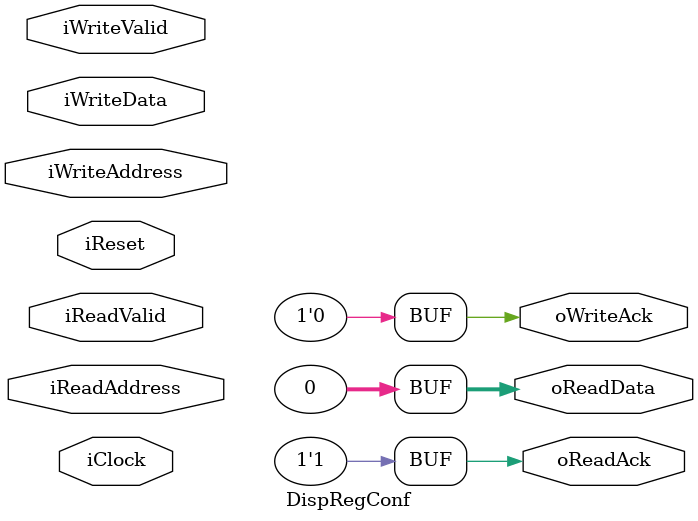
<source format=v>


`timescale 1ns / 1ps

module DispRegConf
(
    iClock          ,
    iReset          ,
    iWriteAddress   ,
    iWriteData      ,
    iWriteValid     ,
    oWriteAck       ,
    iReadAddress    ,
    oReadData       ,
    iReadValid      ,
    oReadAck
);
    input           iClock          ;
    input           iReset          ;
    input  [31:0]   iWriteAddress   ;
    input  [31:0]   iWriteData      ;
    input           iWriteValid     ;
    output          oWriteAck       ;
    input  [31:0]   iReadAddress    ;
    output [31:0]   oReadData       ;
    input           iReadValid      ;
    output          oReadAck        ;
    
    assign oWriteAck        = 1'b0;
    assign oReadData        = 32'b0;
    assign oReadAck         = 1'b1;

endmodule

</source>
